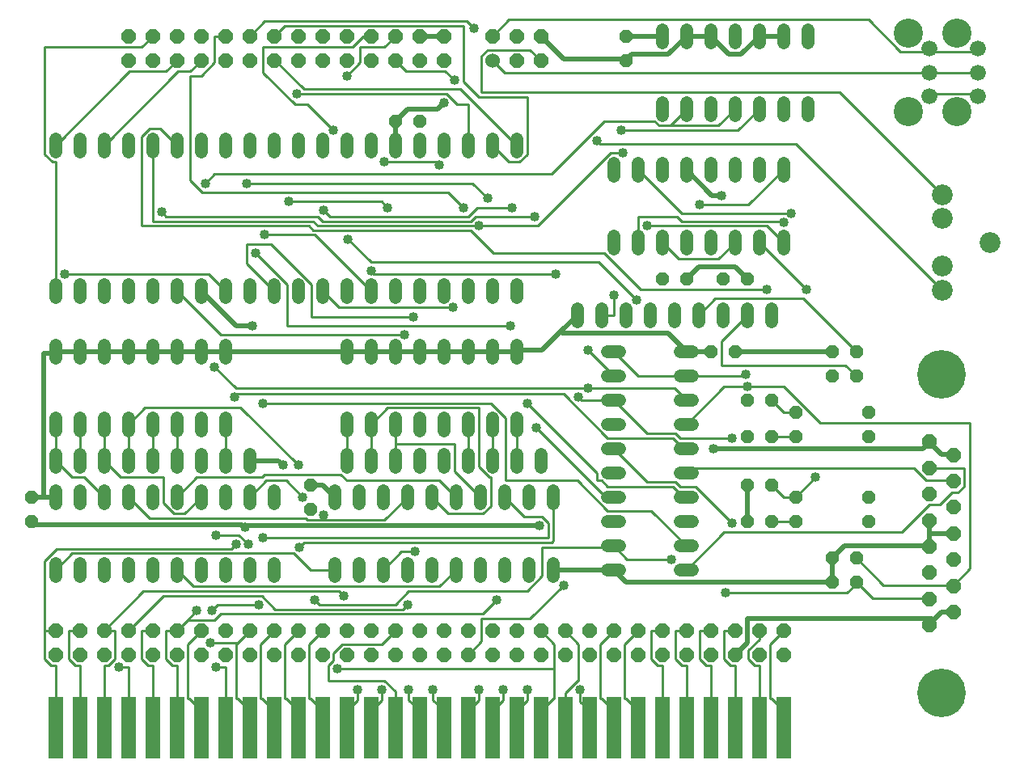
<source format=gtl>
G75*
%MOIN*%
%OFA0B0*%
%FSLAX24Y24*%
%IPPOS*%
%LPD*%
%AMOC8*
5,1,8,0,0,1.08239X$1,22.5*
%
%ADD10R,0.0600X0.2550*%
%ADD11OC8,0.0520*%
%ADD12OC8,0.0600*%
%ADD13C,0.0520*%
%ADD14C,0.2000*%
%ADD15C,0.0860*%
%ADD16C,0.0660*%
%ADD17C,0.1200*%
%ADD18C,0.0600*%
%ADD19C,0.0100*%
%ADD20C,0.0400*%
%ADD21C,0.0200*%
D10*
X001733Y001940D03*
X002733Y001940D03*
X003733Y001940D03*
X004733Y001940D03*
X005733Y001940D03*
X006733Y001940D03*
X007733Y001940D03*
X008733Y001940D03*
X009733Y001940D03*
X010733Y001940D03*
X011733Y001940D03*
X012733Y001940D03*
X013733Y001940D03*
X014733Y001940D03*
X015733Y001940D03*
X016733Y001940D03*
X017733Y001940D03*
X018733Y001940D03*
X019733Y001940D03*
X020733Y001940D03*
X021733Y001940D03*
X022733Y001940D03*
X023733Y001940D03*
X024733Y001940D03*
X025733Y001940D03*
X026733Y001940D03*
X027733Y001940D03*
X028733Y001940D03*
X029733Y001940D03*
X030733Y001940D03*
X031733Y001940D03*
D11*
X033733Y007940D03*
X034733Y007940D03*
X034733Y008940D03*
X033733Y008940D03*
X032233Y010440D03*
X031233Y010440D03*
X030233Y010440D03*
X030233Y011940D03*
X031233Y011940D03*
X032233Y011440D03*
X035233Y011440D03*
X035233Y010440D03*
X035233Y013940D03*
X035233Y014940D03*
X034733Y016440D03*
X033733Y016440D03*
X033733Y017440D03*
X034733Y017440D03*
X031233Y015440D03*
X030233Y015440D03*
X032233Y014940D03*
X032233Y013940D03*
X031233Y013940D03*
X030233Y013940D03*
X029733Y017440D03*
X028733Y017440D03*
X029233Y020440D03*
X030233Y020440D03*
X027733Y020440D03*
X026733Y020440D03*
X016733Y026940D03*
X015733Y026940D03*
X025233Y029440D03*
X025233Y030440D03*
X012233Y011940D03*
X012233Y010940D03*
X000733Y010440D03*
X000733Y011440D03*
D12*
X001733Y005940D03*
X002733Y005940D03*
X003733Y005940D03*
X004733Y005940D03*
X005733Y005940D03*
X006733Y005940D03*
X007733Y005940D03*
X008733Y005940D03*
X009733Y005940D03*
X010733Y005940D03*
X011733Y005940D03*
X012733Y005940D03*
X013733Y005940D03*
X014733Y005940D03*
X015733Y005940D03*
X016733Y005940D03*
X017733Y005940D03*
X018733Y005940D03*
X019733Y005940D03*
X020733Y005940D03*
X021733Y005940D03*
X022733Y005940D03*
X023733Y005940D03*
X024733Y005940D03*
X025733Y005940D03*
X026733Y005940D03*
X027733Y005940D03*
X028733Y005940D03*
X029733Y005940D03*
X030733Y005940D03*
X031733Y005940D03*
X031733Y004940D03*
X030733Y004940D03*
X029733Y004940D03*
X028733Y004940D03*
X027733Y004940D03*
X026733Y004940D03*
X025733Y004940D03*
X024733Y004940D03*
X023733Y004940D03*
X022733Y004940D03*
X021733Y004940D03*
X020733Y004940D03*
X019733Y004940D03*
X018733Y004940D03*
X017733Y004940D03*
X016733Y004940D03*
X015733Y004940D03*
X014733Y004940D03*
X013733Y004940D03*
X012733Y004940D03*
X011733Y004940D03*
X010733Y004940D03*
X009733Y004940D03*
X008733Y004940D03*
X007733Y004940D03*
X006733Y004940D03*
X005733Y004940D03*
X004733Y004940D03*
X003733Y004940D03*
X002733Y004940D03*
X001733Y004940D03*
X037733Y006160D03*
X038733Y006700D03*
X037733Y007240D03*
X038733Y007780D03*
X037733Y008320D03*
X038733Y008860D03*
X037733Y009400D03*
X038733Y009940D03*
X037733Y010480D03*
X038733Y011020D03*
X037733Y011560D03*
X038733Y012100D03*
X037733Y012640D03*
X038733Y013180D03*
X037733Y013720D03*
X021733Y029440D03*
X020733Y029440D03*
X020733Y030440D03*
X021733Y030440D03*
X019733Y030440D03*
X017733Y030440D03*
X016733Y030440D03*
X015733Y030440D03*
X014733Y030440D03*
X013733Y030440D03*
X012733Y030440D03*
X011733Y030440D03*
X010733Y030440D03*
X009733Y030440D03*
X008733Y030440D03*
X007733Y030440D03*
X006733Y030440D03*
X005733Y030440D03*
X004733Y030440D03*
X004733Y029440D03*
X005733Y029440D03*
X006733Y029440D03*
X007733Y029440D03*
X008733Y029440D03*
X009733Y029440D03*
X010733Y029440D03*
X011733Y029440D03*
X012733Y029440D03*
X013733Y029440D03*
X014733Y029440D03*
X015733Y029440D03*
X016733Y029440D03*
X017733Y029440D03*
D13*
X017733Y026200D02*
X017733Y025680D01*
X016733Y025680D02*
X016733Y026200D01*
X015733Y026200D02*
X015733Y025680D01*
X014733Y025680D02*
X014733Y026200D01*
X013733Y026200D02*
X013733Y025680D01*
X012733Y025680D02*
X012733Y026200D01*
X011733Y026200D02*
X011733Y025680D01*
X010733Y025680D02*
X010733Y026200D01*
X009733Y026200D02*
X009733Y025680D01*
X008733Y025680D02*
X008733Y026200D01*
X007733Y026200D02*
X007733Y025680D01*
X006733Y025680D02*
X006733Y026200D01*
X005733Y026200D02*
X005733Y025680D01*
X004733Y025680D02*
X004733Y026200D01*
X003733Y026200D02*
X003733Y025680D01*
X002733Y025680D02*
X002733Y026200D01*
X001733Y026200D02*
X001733Y025680D01*
X001733Y020200D02*
X001733Y019680D01*
X002733Y019680D02*
X002733Y020200D01*
X003733Y020200D02*
X003733Y019680D01*
X004733Y019680D02*
X004733Y020200D01*
X005733Y020200D02*
X005733Y019680D01*
X006733Y019680D02*
X006733Y020200D01*
X007733Y020200D02*
X007733Y019680D01*
X008733Y019680D02*
X008733Y020200D01*
X009733Y020200D02*
X009733Y019680D01*
X010733Y019680D02*
X010733Y020200D01*
X011733Y020200D02*
X011733Y019680D01*
X012733Y019680D02*
X012733Y020200D01*
X013733Y020200D02*
X013733Y019680D01*
X014733Y019680D02*
X014733Y020200D01*
X015733Y020200D02*
X015733Y019680D01*
X016733Y019680D02*
X016733Y020200D01*
X017733Y020200D02*
X017733Y019680D01*
X018733Y019680D02*
X018733Y020200D01*
X019733Y020200D02*
X019733Y019680D01*
X020733Y019680D02*
X020733Y020200D01*
X023233Y019200D02*
X023233Y018680D01*
X024233Y018680D02*
X024233Y019200D01*
X025233Y019200D02*
X025233Y018680D01*
X026233Y018680D02*
X026233Y019200D01*
X027233Y019200D02*
X027233Y018680D01*
X028233Y018680D02*
X028233Y019200D01*
X029233Y019200D02*
X029233Y018680D01*
X030233Y018680D02*
X030233Y019200D01*
X031233Y019200D02*
X031233Y018680D01*
X027993Y017440D02*
X027473Y017440D01*
X027473Y016440D02*
X027993Y016440D01*
X027993Y015440D02*
X027473Y015440D01*
X027473Y014440D02*
X027993Y014440D01*
X027993Y013440D02*
X027473Y013440D01*
X027473Y012440D02*
X027993Y012440D01*
X027993Y011440D02*
X027473Y011440D01*
X027473Y010440D02*
X027993Y010440D01*
X027993Y009440D02*
X027473Y009440D01*
X027473Y008440D02*
X027993Y008440D01*
X024993Y008440D02*
X024473Y008440D01*
X024473Y009440D02*
X024993Y009440D01*
X024993Y010440D02*
X024473Y010440D01*
X024473Y011440D02*
X024993Y011440D01*
X024993Y012440D02*
X024473Y012440D01*
X024473Y013440D02*
X024993Y013440D01*
X024993Y014440D02*
X024473Y014440D01*
X024473Y015440D02*
X024993Y015440D01*
X024993Y016440D02*
X024473Y016440D01*
X024473Y017440D02*
X024993Y017440D01*
X020733Y017700D02*
X020733Y017180D01*
X019733Y017180D02*
X019733Y017700D01*
X018733Y017700D02*
X018733Y017180D01*
X017733Y017180D02*
X017733Y017700D01*
X016733Y017700D02*
X016733Y017180D01*
X015733Y017180D02*
X015733Y017700D01*
X014733Y017700D02*
X014733Y017180D01*
X013733Y017180D02*
X013733Y017700D01*
X013733Y014700D02*
X013733Y014180D01*
X014733Y014180D02*
X014733Y014700D01*
X015733Y014700D02*
X015733Y014180D01*
X016733Y014180D02*
X016733Y014700D01*
X017733Y014700D02*
X017733Y014180D01*
X018733Y014180D02*
X018733Y014700D01*
X019733Y014700D02*
X019733Y014180D01*
X020733Y014180D02*
X020733Y014700D01*
X020733Y013200D02*
X020733Y012680D01*
X021733Y012680D02*
X021733Y013200D01*
X019733Y013200D02*
X019733Y012680D01*
X018733Y012680D02*
X018733Y013200D01*
X017733Y013200D02*
X017733Y012680D01*
X016733Y012680D02*
X016733Y013200D01*
X015733Y013200D02*
X015733Y012680D01*
X014733Y012680D02*
X014733Y013200D01*
X013733Y013200D02*
X013733Y012680D01*
X013233Y011700D02*
X013233Y011180D01*
X014233Y011180D02*
X014233Y011700D01*
X015233Y011700D02*
X015233Y011180D01*
X016233Y011180D02*
X016233Y011700D01*
X017233Y011700D02*
X017233Y011180D01*
X018233Y011180D02*
X018233Y011700D01*
X019233Y011700D02*
X019233Y011180D01*
X020233Y011180D02*
X020233Y011700D01*
X021233Y011700D02*
X021233Y011180D01*
X022233Y011180D02*
X022233Y011700D01*
X022233Y008700D02*
X022233Y008180D01*
X021233Y008180D02*
X021233Y008700D01*
X020233Y008700D02*
X020233Y008180D01*
X019233Y008180D02*
X019233Y008700D01*
X018233Y008700D02*
X018233Y008180D01*
X017233Y008180D02*
X017233Y008700D01*
X016233Y008700D02*
X016233Y008180D01*
X015233Y008180D02*
X015233Y008700D01*
X014233Y008700D02*
X014233Y008180D01*
X013233Y008180D02*
X013233Y008700D01*
X010733Y008700D02*
X010733Y008180D01*
X009733Y008180D02*
X009733Y008700D01*
X008733Y008700D02*
X008733Y008180D01*
X007733Y008180D02*
X007733Y008700D01*
X006733Y008700D02*
X006733Y008180D01*
X005733Y008180D02*
X005733Y008700D01*
X004733Y008700D02*
X004733Y008180D01*
X003733Y008180D02*
X003733Y008700D01*
X002733Y008700D02*
X002733Y008180D01*
X001733Y008180D02*
X001733Y008700D01*
X001733Y011180D02*
X001733Y011700D01*
X002733Y011700D02*
X002733Y011180D01*
X003733Y011180D02*
X003733Y011700D01*
X004733Y011700D02*
X004733Y011180D01*
X005733Y011180D02*
X005733Y011700D01*
X006733Y011700D02*
X006733Y011180D01*
X007733Y011180D02*
X007733Y011700D01*
X008733Y011700D02*
X008733Y011180D01*
X009733Y011180D02*
X009733Y011700D01*
X010733Y011700D02*
X010733Y011180D01*
X009733Y012680D02*
X009733Y013200D01*
X008733Y013200D02*
X008733Y012680D01*
X007733Y012680D02*
X007733Y013200D01*
X006733Y013200D02*
X006733Y012680D01*
X005733Y012680D02*
X005733Y013200D01*
X004733Y013200D02*
X004733Y012680D01*
X003733Y012680D02*
X003733Y013200D01*
X002733Y013200D02*
X002733Y012680D01*
X001733Y012680D02*
X001733Y013200D01*
X001733Y014180D02*
X001733Y014700D01*
X002733Y014700D02*
X002733Y014180D01*
X003733Y014180D02*
X003733Y014700D01*
X004733Y014700D02*
X004733Y014180D01*
X005733Y014180D02*
X005733Y014700D01*
X006733Y014700D02*
X006733Y014180D01*
X007733Y014180D02*
X007733Y014700D01*
X008733Y014700D02*
X008733Y014180D01*
X008733Y017180D02*
X008733Y017700D01*
X007733Y017700D02*
X007733Y017180D01*
X006733Y017180D02*
X006733Y017700D01*
X005733Y017700D02*
X005733Y017180D01*
X004733Y017180D02*
X004733Y017700D01*
X003733Y017700D02*
X003733Y017180D01*
X002733Y017180D02*
X002733Y017700D01*
X001733Y017700D02*
X001733Y017180D01*
X018733Y025680D02*
X018733Y026200D01*
X019733Y026200D02*
X019733Y025680D01*
X020733Y025680D02*
X020733Y026200D01*
X024733Y025200D02*
X024733Y024680D01*
X025733Y024680D02*
X025733Y025200D01*
X026733Y025200D02*
X026733Y024680D01*
X027733Y024680D02*
X027733Y025200D01*
X028733Y025200D02*
X028733Y024680D01*
X029733Y024680D02*
X029733Y025200D01*
X030733Y025200D02*
X030733Y024680D01*
X031733Y024680D02*
X031733Y025200D01*
X031733Y027180D02*
X031733Y027700D01*
X030733Y027700D02*
X030733Y027180D01*
X029733Y027180D02*
X029733Y027700D01*
X028733Y027700D02*
X028733Y027180D01*
X027733Y027180D02*
X027733Y027700D01*
X026733Y027700D02*
X026733Y027180D01*
X026733Y030180D02*
X026733Y030700D01*
X027733Y030700D02*
X027733Y030180D01*
X028733Y030180D02*
X028733Y030700D01*
X029733Y030700D02*
X029733Y030180D01*
X030733Y030180D02*
X030733Y030700D01*
X031733Y030700D02*
X031733Y030180D01*
X032733Y030180D02*
X032733Y030700D01*
X032733Y027700D02*
X032733Y027180D01*
X031733Y022200D02*
X031733Y021680D01*
X030733Y021680D02*
X030733Y022200D01*
X029733Y022200D02*
X029733Y021680D01*
X028733Y021680D02*
X028733Y022200D01*
X027733Y022200D02*
X027733Y021680D01*
X026733Y021680D02*
X026733Y022200D01*
X025733Y022200D02*
X025733Y021680D01*
X024733Y021680D02*
X024733Y022200D01*
D14*
X038233Y016500D03*
X038233Y003380D03*
D15*
X038265Y019971D03*
X038265Y020956D03*
X040233Y021940D03*
X038265Y022924D03*
X038265Y023909D03*
D16*
X037733Y027956D03*
X037733Y028940D03*
X037733Y029924D03*
X039733Y029924D03*
X039733Y028940D03*
X039733Y027956D03*
D17*
X038867Y027326D03*
X036867Y027326D03*
X036867Y030554D03*
X038867Y030554D03*
D18*
X019733Y029440D03*
D19*
X020233Y028940D01*
X037733Y028940D01*
X039733Y028940D01*
X039671Y029815D02*
X037733Y029815D01*
X037733Y029924D01*
X037733Y029878D01*
X037671Y029815D01*
X036546Y029815D01*
X035233Y031128D01*
X020421Y031128D01*
X019733Y030440D01*
X019546Y029878D02*
X019296Y029628D01*
X019296Y028128D01*
X034046Y028128D01*
X038265Y023909D01*
X038233Y020003D02*
X038265Y019971D01*
X038233Y020003D02*
X032233Y026003D01*
X024171Y026003D01*
X024046Y026128D01*
X024608Y025628D02*
X025108Y025628D01*
X024608Y025628D02*
X021608Y022628D01*
X019171Y022628D01*
X012546Y022628D01*
X012358Y022815D01*
X005733Y022815D01*
X005733Y025940D01*
X005296Y026315D02*
X005296Y022628D01*
X012171Y022628D01*
X012358Y022440D01*
X018858Y022440D01*
X019796Y021503D01*
X024358Y021503D01*
X025858Y020003D01*
X031046Y020003D01*
X030233Y018940D02*
X029171Y017878D01*
X029171Y016878D01*
X034296Y016878D01*
X034733Y016440D01*
X034733Y017440D02*
X032546Y019628D01*
X028921Y019628D01*
X028233Y018940D01*
X025671Y019565D02*
X024108Y021128D01*
X014733Y021128D01*
X013796Y022065D01*
X013046Y023003D02*
X018733Y023003D01*
X019108Y023378D01*
X020546Y023378D01*
X021483Y023003D02*
X019046Y023003D01*
X018858Y022815D01*
X012733Y022815D01*
X012546Y023003D01*
X006296Y023003D01*
X006108Y023190D01*
X007296Y024503D02*
X007796Y024003D01*
X017921Y024003D01*
X018546Y023378D01*
X018921Y024378D02*
X019546Y023753D01*
X018921Y024378D02*
X009608Y024378D01*
X008296Y024753D02*
X022171Y024753D01*
X024358Y026940D01*
X026421Y026940D01*
X026608Y026753D01*
X027046Y026753D01*
X027077Y026784D01*
X027108Y026753D01*
X029046Y026753D01*
X029733Y027440D01*
X029858Y026565D02*
X030733Y027440D01*
X029858Y026565D02*
X025046Y026565D01*
X027077Y026784D02*
X027733Y027440D01*
X025733Y024940D02*
X027546Y023128D01*
X032046Y023128D01*
X031733Y022753D02*
X031671Y022815D01*
X027546Y022815D01*
X027358Y023003D01*
X025733Y023003D01*
X025733Y021940D01*
X026108Y022628D02*
X031046Y022628D01*
X031733Y021940D01*
X030733Y021940D02*
X032671Y020003D01*
X029733Y021940D02*
X029046Y021253D01*
X027421Y021253D01*
X026733Y021940D01*
X028296Y023503D02*
X030296Y023503D01*
X031733Y024940D01*
X037733Y027956D02*
X037733Y028003D01*
X037796Y028065D01*
X039671Y028065D01*
X039733Y028003D01*
X039733Y027956D01*
X039671Y029815D02*
X039733Y029878D01*
X039733Y029924D01*
X024733Y019753D02*
X024733Y018940D01*
X024233Y018940D01*
X023671Y017503D02*
X024733Y016440D01*
X025733Y016440D02*
X024733Y017440D01*
X025733Y016440D02*
X027733Y016440D01*
X030108Y016440D01*
X030171Y016503D01*
X030233Y016003D02*
X029296Y016003D01*
X027733Y014440D01*
X027296Y014065D02*
X027483Y013878D01*
X029608Y013878D01*
X031233Y013940D02*
X032233Y013940D01*
X033233Y014503D02*
X031733Y016003D01*
X030233Y016003D01*
X031233Y015440D02*
X031733Y014940D01*
X032233Y014940D01*
X033233Y014503D02*
X039421Y014503D01*
X039421Y008503D01*
X038733Y007815D01*
X038733Y007780D01*
X038733Y007815D02*
X035858Y007815D01*
X034733Y008940D01*
X034733Y007940D02*
X034733Y007878D01*
X034358Y007503D01*
X029358Y007503D01*
X027733Y008440D02*
X029296Y010003D01*
X036608Y010003D01*
X037733Y011128D01*
X038171Y011128D01*
X038671Y011628D01*
X038921Y011628D01*
X039171Y011878D01*
X039171Y012628D01*
X037733Y012628D01*
X037733Y012640D01*
X037608Y012128D02*
X038733Y012128D01*
X038733Y012100D01*
X037608Y012128D02*
X037108Y012628D01*
X027921Y012628D01*
X027733Y012440D01*
X027296Y012065D02*
X027483Y011878D01*
X028108Y011878D01*
X029608Y010378D01*
X031233Y010440D02*
X032233Y010440D01*
X032233Y011440D02*
X031733Y011440D01*
X031233Y011940D01*
X032233Y011440D02*
X033046Y012253D01*
X027733Y011440D02*
X027608Y011440D01*
X027171Y011878D01*
X024483Y011878D01*
X024233Y012128D01*
X024046Y012128D01*
X024046Y012440D01*
X021171Y015315D01*
X020296Y014690D02*
X020296Y012128D01*
X023233Y012128D01*
X024483Y010878D01*
X026296Y010878D01*
X027733Y009440D01*
X027108Y008878D02*
X025296Y008878D01*
X024733Y009440D01*
X024733Y009378D01*
X021796Y009378D01*
X021796Y008190D01*
X021171Y007565D01*
X016296Y007565D01*
X015733Y007003D01*
X012608Y007003D01*
X012421Y007190D01*
X013421Y007565D02*
X013608Y007378D01*
X013421Y007565D02*
X005358Y007565D01*
X003733Y005940D01*
X004171Y005940D01*
X004171Y004753D01*
X003921Y004503D01*
X003733Y004503D01*
X003733Y001940D01*
X004733Y001940D02*
X004733Y004440D01*
X004358Y004440D01*
X005296Y004753D02*
X005296Y005940D01*
X005733Y005940D01*
X006296Y005940D02*
X006733Y005940D01*
X007202Y006409D01*
X007233Y006378D01*
X008296Y006378D01*
X008546Y006628D01*
X019358Y006628D01*
X019921Y007190D01*
X019296Y006440D02*
X021296Y006440D01*
X022671Y007815D01*
X022171Y009565D02*
X022233Y009628D01*
X022233Y011440D01*
X021796Y010628D02*
X021046Y010628D01*
X020233Y011440D01*
X019671Y011065D02*
X019671Y012253D01*
X019608Y012253D01*
X019171Y012690D01*
X019171Y015128D01*
X015421Y015128D01*
X014733Y014440D01*
X014733Y012940D01*
X013733Y012940D02*
X013733Y014440D01*
X015733Y014440D02*
X015733Y013628D01*
X018171Y013628D01*
X018171Y012503D01*
X019233Y011440D01*
X019671Y011065D02*
X019358Y010753D01*
X017921Y010753D01*
X017233Y011440D01*
X017546Y012128D02*
X018233Y011440D01*
X017546Y012128D02*
X013733Y012128D01*
X013483Y012378D01*
X010358Y012378D01*
X010233Y012253D01*
X007546Y012253D01*
X006733Y011440D01*
X006171Y011190D02*
X006171Y012253D01*
X004421Y012253D01*
X003733Y012940D01*
X003733Y014440D01*
X004733Y014440D02*
X005421Y015128D01*
X009358Y015128D01*
X011733Y012753D01*
X011233Y012128D02*
X011921Y011440D01*
X011233Y012128D02*
X010421Y012128D01*
X009733Y011440D01*
X008733Y012940D02*
X008733Y014440D01*
X009108Y015565D02*
X009233Y015690D01*
X022671Y015690D01*
X024483Y013878D01*
X027171Y013878D01*
X027608Y013440D01*
X027733Y013440D01*
X027296Y014065D02*
X026108Y014065D01*
X024733Y015440D01*
X023421Y015440D01*
X023296Y015565D01*
X023671Y015940D02*
X009171Y015940D01*
X008296Y016815D01*
X008546Y018128D02*
X016108Y018128D01*
X016483Y018878D02*
X012296Y018878D01*
X012296Y020190D01*
X010608Y021878D01*
X009608Y021878D01*
X009608Y021065D01*
X010733Y019940D01*
X011296Y020190D02*
X011296Y018503D01*
X020483Y018503D01*
X018108Y019253D02*
X013421Y019253D01*
X012733Y019940D01*
X011296Y020190D02*
X009983Y021503D01*
X010358Y022253D02*
X012421Y022253D01*
X014733Y019940D01*
X014858Y020628D02*
X014733Y020753D01*
X014858Y020628D02*
X022358Y020628D01*
X015421Y023378D02*
X015171Y023628D01*
X011358Y023628D01*
X012796Y023253D02*
X013046Y023003D01*
X015296Y025253D02*
X017421Y025253D01*
X017546Y025128D01*
X018733Y025940D02*
X018733Y027628D01*
X018296Y027628D01*
X017858Y028065D01*
X011671Y028065D01*
X011983Y028253D02*
X010796Y029440D01*
X010733Y029440D01*
X010296Y028940D02*
X010296Y030003D01*
X013983Y030003D01*
X014421Y030440D01*
X014733Y030440D01*
X014296Y030003D02*
X015296Y030003D01*
X015733Y030440D01*
X015733Y029440D02*
X016171Y029003D01*
X017796Y029003D01*
X018171Y028628D01*
X018546Y028565D02*
X018546Y030878D01*
X011171Y030878D01*
X010733Y030440D01*
X010358Y031065D02*
X009733Y030440D01*
X010358Y031065D02*
X018671Y031065D01*
X018983Y030753D01*
X019546Y029878D02*
X021296Y029878D01*
X021733Y029440D01*
X021171Y027940D02*
X019171Y027940D01*
X018546Y028565D01*
X018421Y028253D02*
X011983Y028253D01*
X012108Y027628D02*
X011608Y027628D01*
X010296Y028940D01*
X008296Y029378D02*
X008296Y030440D01*
X008733Y030440D01*
X008296Y029378D02*
X007733Y028815D01*
X007296Y028815D01*
X007296Y024503D01*
X007921Y024378D02*
X008296Y024753D01*
X006733Y025940D02*
X006046Y026628D01*
X005608Y026628D01*
X005296Y026315D01*
X003733Y025940D02*
X006796Y029003D01*
X007296Y029003D01*
X007733Y029440D01*
X006733Y029440D02*
X006296Y029003D01*
X004796Y029003D01*
X001733Y025940D01*
X001296Y025565D02*
X001296Y030003D01*
X005296Y030003D01*
X005733Y030440D01*
X012108Y027628D02*
X013171Y026565D01*
X013733Y028815D02*
X014296Y029378D01*
X014296Y030003D01*
X018421Y028253D02*
X020733Y025940D01*
X021171Y025565D02*
X021171Y027940D01*
X019733Y025940D02*
X020421Y025253D01*
X020858Y025253D01*
X021171Y025565D01*
X008733Y019940D02*
X008046Y020628D01*
X002108Y020628D01*
X001733Y019940D02*
X001733Y025253D01*
X001608Y025253D01*
X001296Y025565D01*
X006733Y019940D02*
X008546Y018128D01*
X010296Y015315D02*
X019671Y015315D01*
X020296Y014690D01*
X020733Y014440D02*
X020733Y012940D01*
X019733Y012940D02*
X019733Y014440D01*
X018733Y014440D02*
X018733Y012940D01*
X016233Y011440D02*
X015296Y010503D01*
X012796Y010503D01*
X012796Y010690D01*
X012796Y010503D02*
X012108Y010503D01*
X012046Y010565D01*
X005608Y010565D01*
X004733Y011440D01*
X003733Y011440D02*
X002921Y012253D01*
X002421Y012253D01*
X001733Y012940D01*
X001733Y014440D01*
X002733Y014440D02*
X002733Y012940D01*
X004733Y012940D02*
X004733Y014440D01*
X005733Y014440D02*
X005733Y012940D01*
X006733Y012940D02*
X006733Y014440D01*
X007733Y011440D02*
X007046Y010753D01*
X006608Y010753D01*
X006171Y011190D01*
X008358Y009878D02*
X009296Y009878D01*
X009671Y009503D01*
X009171Y009503D02*
X008983Y009315D01*
X001796Y009315D01*
X001296Y008815D01*
X001296Y005940D01*
X001296Y004753D01*
X001546Y004503D01*
X001733Y004503D01*
X001733Y001940D01*
X002733Y001940D02*
X002733Y004503D01*
X002546Y004503D01*
X002296Y004753D01*
X002296Y005940D01*
X002733Y005940D01*
X001733Y005940D02*
X001296Y005940D01*
X004733Y005940D02*
X006171Y007378D01*
X010233Y007378D01*
X010796Y006815D01*
X016046Y006815D01*
X016233Y007003D01*
X015733Y005940D02*
X015171Y005378D01*
X013546Y005378D01*
X013171Y005003D01*
X013171Y004690D01*
X012983Y004503D01*
X012983Y003878D01*
X015296Y003878D01*
X015733Y003440D01*
X015733Y001940D01*
X014733Y001940D02*
X014733Y002628D01*
X015171Y003065D01*
X015171Y003503D01*
X014171Y003503D02*
X014171Y003065D01*
X013733Y002628D01*
X013733Y001940D01*
X012733Y001940D02*
X012733Y002628D01*
X012233Y003128D01*
X012171Y003128D01*
X012171Y005378D01*
X012733Y005940D01*
X011733Y005940D02*
X011171Y005378D01*
X011171Y003128D01*
X011233Y003128D01*
X011733Y002628D01*
X011733Y001940D01*
X010733Y001940D02*
X010733Y002628D01*
X010233Y003128D01*
X010171Y003128D01*
X010171Y005378D01*
X010733Y005940D01*
X009733Y005940D02*
X009202Y005409D01*
X009171Y005440D01*
X008108Y005440D01*
X007733Y005940D02*
X007171Y005378D01*
X007171Y003128D01*
X007233Y003128D01*
X007733Y002628D01*
X007733Y001940D01*
X006733Y001940D02*
X006733Y004503D01*
X006546Y004503D01*
X006296Y004753D01*
X006296Y005940D01*
X007202Y006409D02*
X007546Y006753D01*
X008171Y006753D02*
X008421Y007003D01*
X010108Y007003D01*
X012233Y008440D02*
X011546Y009128D01*
X002421Y009128D01*
X001733Y008440D01*
X006733Y008440D02*
X007421Y007753D01*
X017546Y007753D01*
X018233Y008440D01*
X016546Y009190D02*
X015983Y009190D01*
X015233Y008440D01*
X013233Y008440D02*
X012233Y008440D01*
X011796Y009378D02*
X011983Y009565D01*
X022171Y009565D01*
X022046Y009753D02*
X010296Y009753D01*
X015733Y012940D02*
X015733Y013628D01*
X021546Y014315D02*
X024421Y011440D01*
X024733Y011440D01*
X026108Y012065D02*
X027296Y012065D01*
X026108Y012065D02*
X024733Y013440D01*
X027233Y015940D02*
X027733Y015440D01*
X027233Y015940D02*
X023671Y015940D01*
X021796Y010628D02*
X022046Y010378D01*
X022046Y009753D01*
X019296Y006440D02*
X019296Y005503D01*
X018733Y004940D01*
X019171Y003503D02*
X019171Y003065D01*
X018733Y002628D01*
X018733Y001940D01*
X017733Y001940D02*
X017733Y002628D01*
X017296Y003065D01*
X017296Y003503D01*
X016296Y003503D02*
X016296Y003065D01*
X016733Y002628D01*
X016733Y001940D01*
X019733Y001940D02*
X019733Y002628D01*
X020171Y003065D01*
X020171Y003503D01*
X021171Y003503D02*
X021171Y003065D01*
X020733Y002628D01*
X020733Y001940D01*
X021733Y001940D02*
X021733Y002628D01*
X022233Y003128D01*
X022296Y003128D01*
X022296Y004378D01*
X013358Y004378D01*
X009733Y002628D02*
X009733Y001940D01*
X008733Y001940D02*
X008733Y004440D01*
X008358Y004440D01*
X009171Y005378D02*
X009171Y003128D01*
X009233Y003128D01*
X009733Y002628D01*
X009171Y005378D02*
X009202Y005409D01*
X005733Y004503D02*
X005546Y004503D01*
X005296Y004753D01*
X005733Y004503D02*
X005733Y001940D01*
X021733Y005940D02*
X022296Y005378D01*
X022296Y004378D01*
X023233Y003878D02*
X022733Y003378D01*
X022733Y001940D01*
X023733Y001940D02*
X023733Y002628D01*
X023358Y003003D01*
X023358Y003503D01*
X023296Y003878D02*
X023233Y003878D01*
X023296Y003878D02*
X023296Y005378D01*
X022733Y005940D01*
X024171Y005378D02*
X024171Y003128D01*
X024233Y003128D01*
X024733Y002628D01*
X024733Y001940D01*
X025733Y001940D02*
X025733Y002628D01*
X025233Y003128D01*
X025171Y003128D01*
X025171Y005378D01*
X025733Y005940D01*
X026296Y005940D02*
X026733Y005940D01*
X026296Y005940D02*
X026296Y004753D01*
X026546Y004503D01*
X026733Y004503D01*
X026733Y001940D01*
X027733Y001940D02*
X027733Y004503D01*
X027546Y004503D01*
X027296Y004753D01*
X027296Y005940D01*
X027733Y005940D01*
X028296Y005940D02*
X028733Y005940D01*
X028296Y005940D02*
X028296Y004753D01*
X028546Y004503D01*
X028733Y004503D01*
X028733Y001940D01*
X029733Y001940D02*
X029733Y004503D01*
X029546Y004503D01*
X029296Y004753D01*
X029296Y005940D01*
X029733Y005940D01*
X030296Y005128D02*
X030733Y005565D01*
X030733Y005940D01*
X031171Y005378D02*
X031171Y003128D01*
X031233Y003128D01*
X031733Y002628D01*
X031733Y001940D01*
X030733Y001940D02*
X030733Y004503D01*
X030546Y004503D01*
X030296Y004753D01*
X030296Y005128D01*
X031171Y005378D02*
X031733Y005940D01*
X034733Y007940D02*
X035421Y007253D01*
X037733Y007253D01*
X037733Y007240D01*
X024733Y005940D02*
X024171Y005378D01*
D20*
X023358Y003503D03*
X021171Y003503D03*
X020171Y003503D03*
X019171Y003503D03*
X017296Y003503D03*
X016296Y003503D03*
X015171Y003503D03*
X014171Y003503D03*
X013358Y004378D03*
X016233Y007003D03*
X013608Y007378D03*
X012421Y007190D03*
X010108Y007003D03*
X008171Y006753D03*
X007546Y006753D03*
X008108Y005440D03*
X008358Y004440D03*
X004358Y004440D03*
X011796Y009378D03*
X010296Y009753D03*
X009671Y009503D03*
X009171Y009503D03*
X009546Y010190D03*
X008358Y009878D03*
X011921Y011440D03*
X012796Y010690D03*
X011733Y012753D03*
X011108Y012753D03*
X010296Y015315D03*
X009108Y015565D03*
X008296Y016815D03*
X009858Y018503D03*
X014733Y020753D03*
X013796Y022065D03*
X012796Y023253D03*
X011358Y023628D03*
X009608Y024378D03*
X007921Y024378D03*
X006108Y023190D03*
X009983Y021503D03*
X010358Y022253D03*
X015296Y025253D03*
X013171Y026565D03*
X011671Y028065D03*
X013733Y028815D03*
X017733Y027690D03*
X018171Y028628D03*
X018983Y030753D03*
X025046Y026565D03*
X024046Y026128D03*
X025108Y025628D03*
X028296Y023503D03*
X029171Y023878D03*
X031733Y022753D03*
X032046Y023128D03*
X032671Y020003D03*
X031046Y020003D03*
X026108Y022628D03*
X022358Y020628D03*
X024733Y019753D03*
X025671Y019565D03*
X023671Y017503D03*
X023671Y015940D03*
X023296Y015565D03*
X021546Y014315D03*
X021171Y015315D03*
X020483Y018503D03*
X018108Y019253D03*
X016483Y018878D03*
X016108Y018128D03*
X019171Y022628D03*
X018546Y023378D03*
X019546Y023753D03*
X020546Y023378D03*
X021483Y023003D03*
X017546Y025128D03*
X015421Y023378D03*
X002108Y020628D03*
X016546Y009190D03*
X019921Y007190D03*
X022671Y007815D03*
X021671Y010253D03*
X027108Y008878D03*
X029358Y007503D03*
X029608Y010378D03*
X033046Y012253D03*
X029608Y013878D03*
X028858Y013440D03*
X030233Y016003D03*
X030171Y016503D03*
D21*
X029733Y017440D02*
X033733Y017440D01*
X030233Y020440D02*
X029733Y020940D01*
X028233Y020940D01*
X027733Y020440D01*
X026983Y018190D02*
X022608Y018190D01*
X022546Y018253D01*
X023233Y018940D01*
X022546Y018253D02*
X021796Y017503D01*
X020796Y017503D01*
X020733Y017440D01*
X019733Y017440D01*
X018733Y017440D01*
X017733Y017440D01*
X016733Y017440D01*
X015733Y017440D01*
X014733Y017440D01*
X013733Y017440D01*
X008733Y017440D01*
X007733Y017440D01*
X006733Y017440D01*
X005733Y017440D01*
X004733Y017440D01*
X003733Y017440D01*
X002733Y017440D01*
X001733Y017440D01*
X001671Y017378D01*
X001233Y017378D01*
X001233Y011440D01*
X000733Y011440D01*
X001233Y011440D02*
X001733Y011440D01*
X000733Y010440D02*
X000858Y010315D01*
X009421Y010315D01*
X009546Y010190D01*
X009608Y010253D01*
X021671Y010253D01*
X022233Y008440D02*
X024733Y008440D01*
X025233Y007940D01*
X033733Y007940D01*
X033733Y008940D01*
X034233Y009440D01*
X037671Y009440D01*
X037733Y009400D01*
X037733Y009940D01*
X038733Y009940D01*
X037733Y009940D02*
X037733Y010480D01*
X038233Y013190D02*
X038733Y013190D01*
X038733Y013180D01*
X038233Y013190D02*
X037733Y013690D01*
X037733Y013720D01*
X037671Y013628D01*
X037483Y013440D01*
X028858Y013440D01*
X030233Y011940D02*
X030233Y010440D01*
X030233Y006440D02*
X037858Y006440D01*
X037733Y006160D01*
X037733Y006190D01*
X038233Y006690D01*
X038733Y006690D01*
X038733Y006700D01*
X030233Y006440D02*
X030233Y005440D01*
X029733Y004940D01*
X013233Y011440D02*
X012733Y011940D01*
X012233Y011940D01*
X011108Y012753D02*
X010921Y012940D01*
X009733Y012940D01*
X009858Y018503D02*
X009171Y018503D01*
X007733Y019940D01*
X015733Y025940D02*
X015733Y026940D01*
X016233Y027440D01*
X017483Y027440D01*
X017733Y027690D01*
X017733Y030440D02*
X016733Y030440D01*
X021733Y030440D02*
X022671Y029503D01*
X025171Y029503D01*
X025233Y029440D01*
X025483Y029690D01*
X026983Y029690D01*
X027733Y030440D01*
X028733Y030440D01*
X029483Y029690D01*
X029983Y029690D01*
X030733Y030440D01*
X031733Y030440D01*
X026733Y030440D02*
X025233Y030440D01*
X027733Y024940D02*
X028796Y023878D01*
X029171Y023878D01*
X026983Y018190D02*
X027733Y017440D01*
X028733Y017440D01*
M02*

</source>
